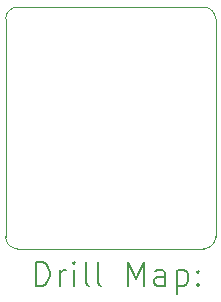
<source format=gbr>
%TF.GenerationSoftware,KiCad,Pcbnew,9.0.6*%
%TF.CreationDate,2026-01-08T00:16:11-06:00*%
%TF.ProjectId,SMDIP-16_7.62x19.84_P2.54,534d4449-502d-4313-965f-372e36327831,rev?*%
%TF.SameCoordinates,Original*%
%TF.FileFunction,Drillmap*%
%TF.FilePolarity,Positive*%
%FSLAX45Y45*%
G04 Gerber Fmt 4.5, Leading zero omitted, Abs format (unit mm)*
G04 Created by KiCad (PCBNEW 9.0.6) date 2026-01-08 00:16:11*
%MOMM*%
%LPD*%
G01*
G04 APERTURE LIST*
%ADD10C,0.050000*%
%ADD11C,0.200000*%
G04 APERTURE END LIST*
D10*
X14251000Y-8756755D02*
G75*
G02*
X14350995Y-8856755I0J-99995D01*
G01*
X12673000Y-8756755D02*
X14251000Y-8756755D01*
X14351000Y-8856755D02*
X14351000Y-10701245D01*
X12673000Y-10801245D02*
G75*
G02*
X12573005Y-10701245I0J99995D01*
G01*
X14251000Y-10801245D02*
X12673000Y-10801245D01*
X14351000Y-10701245D02*
G75*
G02*
X14251000Y-10801250I-100000J-5D01*
G01*
X12573000Y-10701245D02*
X12573000Y-8856755D01*
X12573000Y-8856755D02*
G75*
G02*
X12673000Y-8756760I99990J5D01*
G01*
D11*
X12831277Y-11115229D02*
X12831277Y-10915229D01*
X12831277Y-10915229D02*
X12878896Y-10915229D01*
X12878896Y-10915229D02*
X12907467Y-10924753D01*
X12907467Y-10924753D02*
X12926515Y-10943801D01*
X12926515Y-10943801D02*
X12936039Y-10962848D01*
X12936039Y-10962848D02*
X12945562Y-11000943D01*
X12945562Y-11000943D02*
X12945562Y-11029515D01*
X12945562Y-11029515D02*
X12936039Y-11067610D01*
X12936039Y-11067610D02*
X12926515Y-11086658D01*
X12926515Y-11086658D02*
X12907467Y-11105705D01*
X12907467Y-11105705D02*
X12878896Y-11115229D01*
X12878896Y-11115229D02*
X12831277Y-11115229D01*
X13031277Y-11115229D02*
X13031277Y-10981896D01*
X13031277Y-11019991D02*
X13040801Y-11000943D01*
X13040801Y-11000943D02*
X13050324Y-10991420D01*
X13050324Y-10991420D02*
X13069372Y-10981896D01*
X13069372Y-10981896D02*
X13088420Y-10981896D01*
X13155086Y-11115229D02*
X13155086Y-10981896D01*
X13155086Y-10915229D02*
X13145562Y-10924753D01*
X13145562Y-10924753D02*
X13155086Y-10934277D01*
X13155086Y-10934277D02*
X13164610Y-10924753D01*
X13164610Y-10924753D02*
X13155086Y-10915229D01*
X13155086Y-10915229D02*
X13155086Y-10934277D01*
X13278896Y-11115229D02*
X13259848Y-11105705D01*
X13259848Y-11105705D02*
X13250324Y-11086658D01*
X13250324Y-11086658D02*
X13250324Y-10915229D01*
X13383658Y-11115229D02*
X13364610Y-11105705D01*
X13364610Y-11105705D02*
X13355086Y-11086658D01*
X13355086Y-11086658D02*
X13355086Y-10915229D01*
X13612229Y-11115229D02*
X13612229Y-10915229D01*
X13612229Y-10915229D02*
X13678896Y-11058086D01*
X13678896Y-11058086D02*
X13745562Y-10915229D01*
X13745562Y-10915229D02*
X13745562Y-11115229D01*
X13926515Y-11115229D02*
X13926515Y-11010467D01*
X13926515Y-11010467D02*
X13916991Y-10991420D01*
X13916991Y-10991420D02*
X13897943Y-10981896D01*
X13897943Y-10981896D02*
X13859848Y-10981896D01*
X13859848Y-10981896D02*
X13840801Y-10991420D01*
X13926515Y-11105705D02*
X13907467Y-11115229D01*
X13907467Y-11115229D02*
X13859848Y-11115229D01*
X13859848Y-11115229D02*
X13840801Y-11105705D01*
X13840801Y-11105705D02*
X13831277Y-11086658D01*
X13831277Y-11086658D02*
X13831277Y-11067610D01*
X13831277Y-11067610D02*
X13840801Y-11048562D01*
X13840801Y-11048562D02*
X13859848Y-11039039D01*
X13859848Y-11039039D02*
X13907467Y-11039039D01*
X13907467Y-11039039D02*
X13926515Y-11029515D01*
X14021753Y-10981896D02*
X14021753Y-11181896D01*
X14021753Y-10991420D02*
X14040801Y-10981896D01*
X14040801Y-10981896D02*
X14078896Y-10981896D01*
X14078896Y-10981896D02*
X14097943Y-10991420D01*
X14097943Y-10991420D02*
X14107467Y-11000943D01*
X14107467Y-11000943D02*
X14116991Y-11019991D01*
X14116991Y-11019991D02*
X14116991Y-11077134D01*
X14116991Y-11077134D02*
X14107467Y-11096181D01*
X14107467Y-11096181D02*
X14097943Y-11105705D01*
X14097943Y-11105705D02*
X14078896Y-11115229D01*
X14078896Y-11115229D02*
X14040801Y-11115229D01*
X14040801Y-11115229D02*
X14021753Y-11105705D01*
X14202705Y-11096181D02*
X14212229Y-11105705D01*
X14212229Y-11105705D02*
X14202705Y-11115229D01*
X14202705Y-11115229D02*
X14193182Y-11105705D01*
X14193182Y-11105705D02*
X14202705Y-11096181D01*
X14202705Y-11096181D02*
X14202705Y-11115229D01*
X14202705Y-10991420D02*
X14212229Y-11000943D01*
X14212229Y-11000943D02*
X14202705Y-11010467D01*
X14202705Y-11010467D02*
X14193182Y-11000943D01*
X14193182Y-11000943D02*
X14202705Y-10991420D01*
X14202705Y-10991420D02*
X14202705Y-11010467D01*
M02*

</source>
